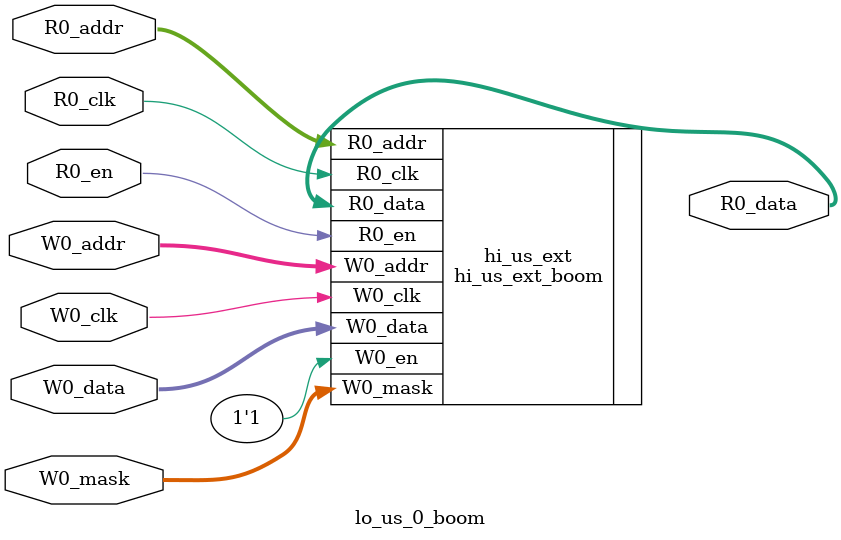
<source format=sv>
`ifndef RANDOMIZE
  `ifdef RANDOMIZE_REG_INIT
    `define RANDOMIZE
  `endif // RANDOMIZE_REG_INIT
`endif // not def RANDOMIZE
`ifndef RANDOMIZE
  `ifdef RANDOMIZE_MEM_INIT
    `define RANDOMIZE
  `endif // RANDOMIZE_MEM_INIT
`endif // not def RANDOMIZE

`ifndef RANDOM
  `define RANDOM $random
`endif // not def RANDOM

// Users can define 'PRINTF_COND' to add an extra gate to prints.
`ifndef PRINTF_COND_
  `ifdef PRINTF_COND
    `define PRINTF_COND_ (`PRINTF_COND)
  `else  // PRINTF_COND
    `define PRINTF_COND_ 1
  `endif // PRINTF_COND
`endif // not def PRINTF_COND_

// Users can define 'ASSERT_VERBOSE_COND' to add an extra gate to assert error printing.
`ifndef ASSERT_VERBOSE_COND_
  `ifdef ASSERT_VERBOSE_COND
    `define ASSERT_VERBOSE_COND_ (`ASSERT_VERBOSE_COND)
  `else  // ASSERT_VERBOSE_COND
    `define ASSERT_VERBOSE_COND_ 1
  `endif // ASSERT_VERBOSE_COND
`endif // not def ASSERT_VERBOSE_COND_

// Users can define 'STOP_COND' to add an extra gate to stop conditions.
`ifndef STOP_COND_
  `ifdef STOP_COND
    `define STOP_COND_ (`STOP_COND)
  `else  // STOP_COND
    `define STOP_COND_ 1
  `endif // STOP_COND
`endif // not def STOP_COND_

// Users can define INIT_RANDOM as general code that gets injected into the
// initializer block for modules with registers.
`ifndef INIT_RANDOM
  `define INIT_RANDOM
`endif // not def INIT_RANDOM

// If using random initialization, you can also define RANDOMIZE_DELAY to
// customize the delay used, otherwise 0.002 is used.
`ifndef RANDOMIZE_DELAY
  `define RANDOMIZE_DELAY 0.002
`endif // not def RANDOMIZE_DELAY

// Define INIT_RANDOM_PROLOG_ for use in our modules below.
`ifndef INIT_RANDOM_PROLOG_
  `ifdef RANDOMIZE
    `ifdef VERILATOR
      `define INIT_RANDOM_PROLOG_ `INIT_RANDOM
    `else  // VERILATOR
      `define INIT_RANDOM_PROLOG_ `INIT_RANDOM #`RANDOMIZE_DELAY begin end
    `endif // VERILATOR
  `else  // RANDOMIZE
    `define INIT_RANDOM_PROLOG_
  `endif // RANDOMIZE
`endif // not def INIT_RANDOM_PROLOG_

module lo_us_0_boom(	// @[tage.scala:90:27]
  input  [6:0] R0_addr,
  input        R0_en,
               R0_clk,
  input  [6:0] W0_addr,
  input        W0_clk,
  input  [3:0] W0_data,
               W0_mask,
  output [3:0] R0_data
);

  hi_us_ext_boom hi_us_ext (	// @[tage.scala:90:27]
    .R0_addr (R0_addr),
    .R0_en   (R0_en),
    .R0_clk  (R0_clk),
    .W0_addr (W0_addr),
    .W0_en   (1'h1),
    .W0_clk  (W0_clk),
    .W0_data (W0_data),
    .W0_mask (W0_mask),
    .R0_data (R0_data)
  );
endmodule


</source>
